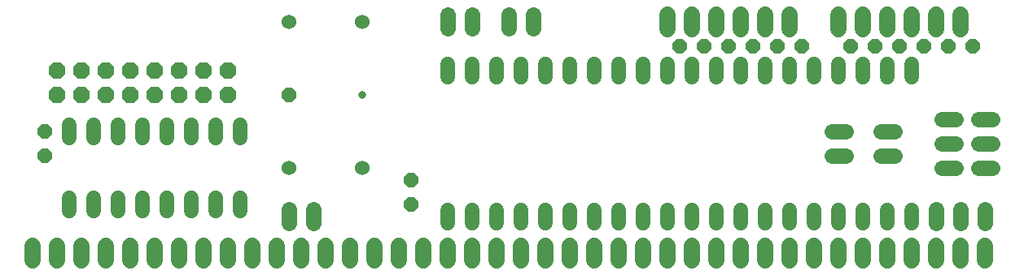
<source format=gts>
G75*
%MOIN*%
%OFA0B0*%
%FSLAX24Y24*%
%IPPOS*%
%LPD*%
%AMOC8*
5,1,8,0,0,1.08239X$1,22.5*
%
%ADD10C,0.0316*%
%ADD11C,0.0680*%
%ADD12OC8,0.0680*%
%ADD13OC8,0.0600*%
%ADD14C,0.0600*%
%ADD15C,0.0640*%
%ADD16OC8,0.0595*%
%ADD17C,0.0600*%
D10*
X014180Y007680D03*
D11*
X000680Y001480D02*
X000680Y000880D01*
X001680Y000880D02*
X001680Y001480D01*
X002680Y001480D02*
X002680Y000880D01*
X003680Y000880D02*
X003680Y001480D01*
X004680Y001480D02*
X004680Y000880D01*
X005680Y000880D02*
X005680Y001480D01*
X006680Y001480D02*
X006680Y000880D01*
X007680Y000880D02*
X007680Y001480D01*
X008680Y001480D02*
X008680Y000880D01*
X009680Y000880D02*
X009680Y001480D01*
X010680Y001480D02*
X010680Y000880D01*
X011680Y000880D02*
X011680Y001480D01*
X012680Y001480D02*
X012680Y000880D01*
X013680Y000880D02*
X013680Y001480D01*
X014680Y001480D02*
X014680Y000880D01*
X015680Y000880D02*
X015680Y001480D01*
X016680Y001480D02*
X016680Y000880D01*
X017680Y000880D02*
X017680Y001480D01*
X018680Y001480D02*
X018680Y000880D01*
X019680Y000880D02*
X019680Y001480D01*
X020680Y001480D02*
X020680Y000880D01*
X021680Y000880D02*
X021680Y001480D01*
X022680Y001480D02*
X022680Y000880D01*
X023680Y000880D02*
X023680Y001480D01*
X024680Y001480D02*
X024680Y000880D01*
X025680Y000880D02*
X025680Y001480D01*
X026680Y001480D02*
X026680Y000880D01*
X027680Y000880D02*
X027680Y001480D01*
X028680Y001480D02*
X028680Y000880D01*
X029680Y000880D02*
X029680Y001480D01*
X030680Y001480D02*
X030680Y000880D01*
X031680Y000880D02*
X031680Y001480D01*
X032680Y001480D02*
X032680Y000880D01*
X033680Y000880D02*
X033680Y001480D01*
X034680Y001480D02*
X034680Y000880D01*
X035680Y000880D02*
X035680Y001480D01*
X036680Y001480D02*
X036680Y000880D01*
X037680Y000880D02*
X037680Y001480D01*
X038680Y001480D02*
X038680Y000880D01*
X039680Y000880D02*
X039680Y001480D01*
X038680Y010380D02*
X038680Y010980D01*
X037680Y010980D02*
X037680Y010380D01*
X036680Y010380D02*
X036680Y010980D01*
X035680Y010980D02*
X035680Y010380D01*
X034680Y010380D02*
X034680Y010980D01*
X033680Y010980D02*
X033680Y010380D01*
X031680Y010380D02*
X031680Y010980D01*
X030680Y010980D02*
X030680Y010380D01*
X029680Y010380D02*
X029680Y010980D01*
X028680Y010980D02*
X028680Y010380D01*
X027680Y010380D02*
X027680Y010980D01*
X026680Y010980D02*
X026680Y010380D01*
D12*
X008680Y008680D03*
X007680Y008680D03*
X006680Y008680D03*
X005680Y008680D03*
X004680Y008680D03*
X003680Y008680D03*
X002680Y008680D03*
X001680Y008680D03*
X001680Y007680D03*
X002680Y007680D03*
X003680Y007680D03*
X004680Y007680D03*
X005680Y007680D03*
X006680Y007680D03*
X007680Y007680D03*
X008680Y007680D03*
D13*
X001180Y006180D03*
X001180Y005180D03*
X016180Y004180D03*
X016180Y003180D03*
X027180Y009680D03*
X028180Y009680D03*
X029180Y009680D03*
X030180Y009680D03*
X031180Y009680D03*
X032180Y009680D03*
X034180Y009680D03*
X035180Y009680D03*
X036180Y009680D03*
X037180Y009680D03*
X038180Y009680D03*
X039180Y009680D03*
D14*
X014180Y010680D03*
X011180Y010680D03*
X011180Y004680D03*
X014180Y004680D03*
D15*
X012180Y002960D02*
X012180Y002400D01*
X011180Y002400D02*
X011180Y002960D01*
X033400Y005180D02*
X033960Y005180D01*
X035400Y005180D02*
X035960Y005180D01*
X037900Y004680D02*
X038460Y004680D01*
X039400Y004680D02*
X039960Y004680D01*
X039960Y005680D02*
X039400Y005680D01*
X038460Y005680D02*
X037900Y005680D01*
X035960Y006180D02*
X035400Y006180D01*
X033960Y006180D02*
X033400Y006180D01*
X037900Y006680D02*
X038460Y006680D01*
X039400Y006680D02*
X039960Y006680D01*
X039680Y002960D02*
X039680Y002400D01*
X038680Y002400D02*
X038680Y002960D01*
X037680Y002960D02*
X037680Y002400D01*
X021180Y010400D02*
X021180Y010960D01*
X020180Y010960D02*
X020180Y010400D01*
X018680Y010400D02*
X018680Y010960D01*
X017680Y010960D02*
X017680Y010400D01*
D16*
X011180Y007680D03*
D17*
X009180Y006440D02*
X009180Y005920D01*
X008180Y005920D02*
X008180Y006440D01*
X007180Y006440D02*
X007180Y005920D01*
X006180Y005920D02*
X006180Y006440D01*
X005180Y006440D02*
X005180Y005920D01*
X004180Y005920D02*
X004180Y006440D01*
X003180Y006440D02*
X003180Y005920D01*
X002180Y005920D02*
X002180Y006440D01*
X002180Y003440D02*
X002180Y002920D01*
X003180Y002920D02*
X003180Y003440D01*
X004180Y003440D02*
X004180Y002920D01*
X005180Y002920D02*
X005180Y003440D01*
X006180Y003440D02*
X006180Y002920D01*
X007180Y002920D02*
X007180Y003440D01*
X008180Y003440D02*
X008180Y002920D01*
X009180Y002920D02*
X009180Y003440D01*
X017680Y002940D02*
X017680Y002420D01*
X018680Y002420D02*
X018680Y002940D01*
X019680Y002940D02*
X019680Y002420D01*
X020680Y002420D02*
X020680Y002940D01*
X021680Y002940D02*
X021680Y002420D01*
X022680Y002420D02*
X022680Y002940D01*
X023680Y002940D02*
X023680Y002420D01*
X024680Y002420D02*
X024680Y002940D01*
X025680Y002940D02*
X025680Y002420D01*
X026680Y002420D02*
X026680Y002940D01*
X027680Y002940D02*
X027680Y002420D01*
X028680Y002420D02*
X028680Y002940D01*
X029680Y002940D02*
X029680Y002420D01*
X030680Y002420D02*
X030680Y002940D01*
X031680Y002940D02*
X031680Y002420D01*
X032680Y002420D02*
X032680Y002940D01*
X033680Y002940D02*
X033680Y002420D01*
X034680Y002420D02*
X034680Y002940D01*
X035680Y002940D02*
X035680Y002420D01*
X036680Y002420D02*
X036680Y002940D01*
X036680Y008420D02*
X036680Y008940D01*
X035680Y008940D02*
X035680Y008420D01*
X034680Y008420D02*
X034680Y008940D01*
X033680Y008940D02*
X033680Y008420D01*
X032680Y008420D02*
X032680Y008940D01*
X031680Y008940D02*
X031680Y008420D01*
X030680Y008420D02*
X030680Y008940D01*
X029680Y008940D02*
X029680Y008420D01*
X028680Y008420D02*
X028680Y008940D01*
X027680Y008940D02*
X027680Y008420D01*
X026680Y008420D02*
X026680Y008940D01*
X025680Y008940D02*
X025680Y008420D01*
X024680Y008420D02*
X024680Y008940D01*
X023680Y008940D02*
X023680Y008420D01*
X022680Y008420D02*
X022680Y008940D01*
X021680Y008940D02*
X021680Y008420D01*
X020680Y008420D02*
X020680Y008940D01*
X019680Y008940D02*
X019680Y008420D01*
X018680Y008420D02*
X018680Y008940D01*
X017680Y008940D02*
X017680Y008420D01*
M02*

</source>
